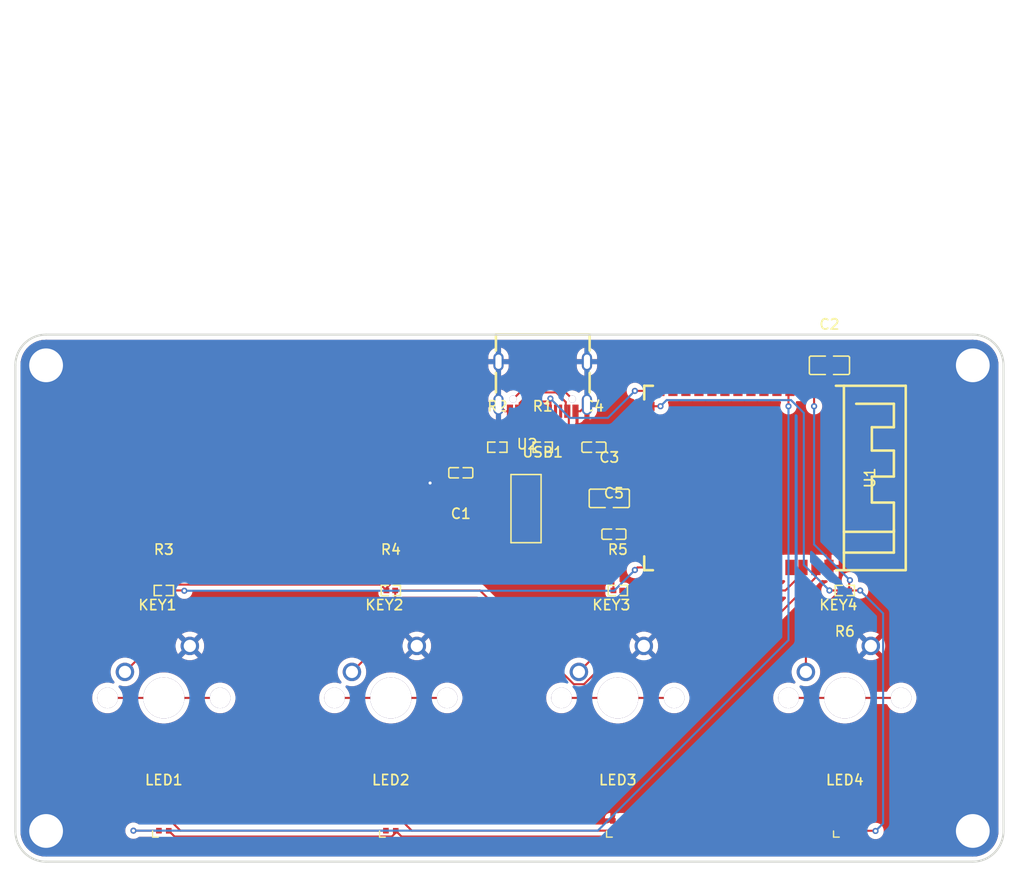
<source format=kicad_pcb>
(kicad_pcb (version 20241229) (generator "pcbnew") (generator_version "9.0")
  (layers (0 "F.Cu" signal) (2 "B.Cu" signal) (13 "F.Paste" user) (15 "B.Paste" user) (5 "F.SilkS" user "F.Silkscreen") (7 "B.SilkS" user "B.Silkscreen") (1 "F.Mask" user) (3 "B.Mask" user) (25 "Edge.Cuts" user))
  (net 0 "")
  (net 1 "IO17")
  (net 2 "IO8")
  (net 3 "IO11")
  (net 4 "IO6")
  (net 5 "IO48")
  (net 6 "IO13")
  (net 7 "IO36")
  (net 8 "IO35")
  (net 9 "IO16")
  (net 10 "IO9")
  (net 11 "IO41")
  (net 12 "IO40")
  (net 13 "RXD0")
  (net 14 "IO45")
  (net 15 "IO7")
  (net 16 "TXD0")
  (net 17 "IO38")
  (net 18 "IO37")
  (net 19 "IO18")
  (net 20 "IO10")
  (net 21 "IO14")
  (net 22 "IO5")
  (net 23 "IO42")
  (net 24 "IO15")
  (net 25 "IO46")
  (net 26 "IO12")
  (net 27 "EN")
  (net 28 "IO21")
  (net 29 "IO47")
  (net 30 "IO39")
  (net 31 "hid_controller-hv-1")
  (net 32 "A5")
  (net 33 "B8")
  (net 34 "hid_controller.usb_connector.package.footprint.pins[0].net-net")
  (net 36 "CC2")
  (net 37 "A7")
  (net 38 "A8")
  (net 39 "hid_controller.switches[0].package.footprint.pins[0].net-net")
  (net 40 "hid_controller.switches[1].package.footprint.pins[0].net-net")
  (net 41 "hid_controller-line-2")
  (net 42 "hid_controller.switches[2].package.footprint.pins[0].net-net")
  (net 43 "hid_controller.switches[3].package.footprint.pins[0].net-net")
  (net 44 "hid_controller-line-1")
  (net 45 "hid_controller-line")
  (net 46 "hid_controller-DIN")
  (net 47 "hid_controller-line-3")
  (net 48 "hid_controller-DIN-2")
  (net 49 "gnd")
  (net 50 "hid_controller-hv")
  (net 51 "DOUT")
  (net 52 "hid_controller-DIN-1")
  (net 53 "hid_controller-DIN-3")
  (net 54 "DP2")
  (footprint "Samsung_Electro_Mechanics_CL05B104KO5NNNC:C0402" (layer "F.Cu") (at -14.5 5 180)
    (property "Reference" "C1" (at 0 -4 0) (layer "F.SilkS") (hide no))
    (property "Value" "100nF ±10% 16V X7R")
    (fp_line (start 1.17 0.35) (end 1.17 -0.35) (stroke (width 0.15)) (layer "F.SilkS"))
    (fp_line (start 1.02 -0.5) (end 0.23 -0.5) (stroke (width 0.15)) (layer "F.SilkS"))
    (fp_line (start 0.23 0.5) (end 1.02 0.5) (stroke (width 0.15)) (layer "F.SilkS"))
    (fp_line (start -0.23 0.5) (end -1.02 0.5) (stroke (width 0.15)) (layer "F.SilkS"))
    (fp_line (start -1.02 -0.5) (end -0.23 -0.5) (stroke (width 0.15)) (layer "F.SilkS"))
    (fp_line (start -1.17 0.35) (end -1.17 -0.35) (stroke (width 0.15)) (layer "F.SilkS"))
    (fp_arc (start 1.17 0.35) (mid 1.126066 0.456066) (end 1.02 0.5) (stroke (width 0.15)) (layer "F.SilkS"))
    (fp_arc (start 1.02 -0.5) (mid 1.126066 -0.456066) (end 1.17 -0.35) (stroke (width 0.15)) (layer "F.SilkS"))
    (fp_arc (start -1.02 0.5) (mid -1.126066 0.456066) (end -1.17 0.35) (stroke (width 0.15)) (layer "F.SilkS"))
    (fp_arc (start -1.17 -0.35) (mid -1.126066 -0.456066) (end -1.02 -0.5) (stroke (width 0.15)) (layer "F.SilkS"))
    (fp_text user "${REFERENCE}" (at 0 -4 0) (layer "F.SilkS"))
    (pad "1" smd rect (at -0.55 0 180) (size 0.79 0.54) (layers "F.Cu" "F.Mask" "F.Paste") (net 50 "hid_controller-hv"))
    (pad "2" smd rect (at 0.55 0 180) (size 0.79 0.54) (layers "F.Cu" "F.Mask" "F.Paste") (net 49 "gnd"))
  )
  (footprint "OPSCO_Optoelectronics_SK6805_EC15:LED-SMD_4P-L1.5-W1.5-BL" (layer "F.Cu") (at -21.333333 39.5 0)
    (property "Reference" "LED2" (at 0 -4.48 0) (layer "F.SilkS") (hide no))
    (property "Value" "")
    (fp_line (start -1.1 0.5) (end -1.1 1.1) (stroke (width 0.13)) (layer "F.SilkS"))
    (fp_line (start -1.1 1.1) (end -0.54 1.1) (stroke (width 0.13)) (layer "F.SilkS"))
    (fp_text user "${REFERENCE}" (at 0 -4.48 0) (layer "F.SilkS"))
    (pad "1" smd rect (at -0.48 0.47 0) (size 0.55 0.55) (layers "F.Cu" "F.Mask" "F.Paste") (net 46 "hid_controller-DIN"))
    (pad "2" smd rect (at 0.48 0.48 0) (size 0.55 0.55) (layers "F.Cu" "F.Mask" "F.Paste") (net 50 "hid_controller-hv"))
    (pad "3" smd rect (at 0.48 -0.48 0) (size 0.55 0.55) (layers "F.Cu" "F.Mask" "F.Paste") (net 52 "hid_controller-DIN-1"))
    (pad "4" smd rect (at -0.48 -0.48 0) (size 0.55 0.55) (layers "F.Cu" "F.Mask" "F.Paste") (net 49 "gnd"))
  )
  (footprint "OPSCO_Optoelectronics_SK6805_EC15:LED-SMD_4P-L1.5-W1.5-BL" (layer "F.Cu") (at -43.5 39.5 0)
    (property "Reference" "LED1" (at 0 -4.48 0) (layer "F.SilkS") (hide no))
    (property "Value" "")
    (fp_line (start -1.1 0.5) (end -1.1 1.1) (stroke (width 0.13)) (layer "F.SilkS"))
    (fp_line (start -1.1 1.1) (end -0.54 1.1) (stroke (width 0.13)) (layer "F.SilkS"))
    (fp_text user "${REFERENCE}" (at 0 -4.48 0) (layer "F.SilkS"))
    (pad "1" smd rect (at -0.48 0.47 0) (size 0.55 0.55) (layers "F.Cu" "F.Mask" "F.Paste") (net 53 "hid_controller-DIN-3"))
    (pad "2" smd rect (at 0.48 0.48 0) (size 0.55 0.55) (layers "F.Cu" "F.Mask" "F.Paste") (net 50 "hid_controller-hv"))
    (pad "3" smd rect (at 0.48 -0.48 0) (size 0.55 0.55) (layers "F.Cu" "F.Mask" "F.Paste") (net 46 "hid_controller-DIN"))
    (pad "4" smd rect (at -0.48 -0.48 0) (size 0.55 0.55) (layers "F.Cu" "F.Mask" "F.Paste") (net 49 "gnd"))
  )
  (footprint "Espressif_Systems_ESP32_S3_WROOM_1_N16R2:WIRELM-SMD_ESP32-S3-WROOM-1" (layer "F.Cu") (at 12.5625 5.5 -90)
    (property "Reference" "U1" (at 0 -12.89 90) (layer "F.SilkS") (hide no))
    (property "Value" "")
    (fp_line (start -9 9.15) (end -7.67 9.15) (stroke (width 0.25)) (layer "F.SilkS"))
    (fp_line (start 7.67 9.15) (end 9.02 9.15) (stroke (width 0.25)) (layer "F.SilkS"))
    (fp_line (start 9.02 9.15) (end 9.02 8.3) (stroke (width 0.25)) (layer "F.SilkS"))
    (fp_line (start -9 8.3) (end -9 9.15) (stroke (width 0.25)) (layer "F.SilkS"))
    (fp_line (start 9.02 -9.57) (end 9.02 -16.38) (stroke (width 0.25)) (layer "F.SilkS"))
    (fp_line (start -9 -10.35) (end 9.02 -10.35) (stroke (width 0.25)) (layer "F.SilkS"))
    (fp_line (start 5.27 -10.35) (end 5.27 -15.23) (stroke (width 0.25)) (layer "F.SilkS"))
    (fp_line (start 7.3 -10.35) (end 7.3 -15.23) (stroke (width 0.25)) (layer "F.SilkS"))
    (fp_line (start -4.95 -13.08) (end -4.95 -15.23) (stroke (width 0.25)) (layer "F.SilkS"))
    (fp_line (start -2.67 -13.08) (end -4.95 -13.08) (stroke (width 0.25)) (layer "F.SilkS"))
    (fp_line (start -0.13 -13.08) (end -0.13 -15.23) (stroke (width 0.25)) (layer "F.SilkS"))
    (fp_line (start 2.41 -13.08) (end -0.13 -13.08) (stroke (width 0.25)) (layer "F.SilkS"))
    (fp_line (start -7.24 -15.23) (end -7.24 -11.55) (stroke (width 0.25)) (layer "F.SilkS"))
    (fp_line (start -4.95 -15.23) (end -7.24 -15.23) (stroke (width 0.25)) (layer "F.SilkS"))
    (fp_line (start -2.67 -15.23) (end -2.67 -13.08) (stroke (width 0.25)) (layer "F.SilkS"))
    (fp_line (start -0.13 -15.23) (end -2.67 -15.23) (stroke (width 0.25)) (layer "F.SilkS"))
    (fp_line (start 2.41 -15.23) (end 2.41 -13.08) (stroke (width 0.25)) (layer "F.SilkS"))
    (fp_line (start 5.27 -15.23) (end 2.41 -15.23) (stroke (width 0.25)) (layer "F.SilkS"))
    (fp_line (start 7.3 -15.23) (end 5.06 -15.23) (stroke (width 0.25)) (layer "F.SilkS"))
    (fp_line (start -9 -16.39) (end -9 -9.57) (stroke (width 0.25)) (layer "F.SilkS"))
    (fp_line (start 9 -16.39) (end -9 -16.39) (stroke (width 0.25)) (layer "F.SilkS"))
    (fp_text user "${REFERENCE}" (at 0 -12.89 90) (layer "F.SilkS"))
    (pad "1" smd rect (at -8.75 -8.89 270) (size 1.5 0.9) (layers "F.Cu" "F.Mask" "F.Paste") (net 49 "gnd"))
    (pad "2" smd rect (at -8.75 -7.62 270) (size 1.5 0.9) (layers "F.Cu" "F.Mask" "F.Paste") (net 50 "hid_controller-hv"))
    (pad "3" smd rect (at -8.75 -6.35 270) (size 1.5 0.9) (layers "F.Cu" "F.Mask" "F.Paste") (net 27 "EN"))
    (pad "4" smd rect (at -8.75 -5.08 270) (size 1.5 0.9) (layers "F.Cu" "F.Mask" "F.Paste") (net 53 "hid_controller-DIN-3"))
    (pad "5" smd rect (at -8.75 -3.81 270) (size 1.5 0.9) (layers "F.Cu" "F.Mask" "F.Paste") (net 22 "IO5"))
    (pad "6" smd rect (at -8.75 -2.54 270) (size 1.5 0.9) (layers "F.Cu" "F.Mask" "F.Paste") (net 4 "IO6"))
    (pad "7" smd rect (at -8.75 -1.27 270) (size 1.5 0.9) (layers "F.Cu" "F.Mask" "F.Paste") (net 15 "IO7"))
    (pad "8" smd rect (at -8.75 0 270) (size 1.5 0.9) (layers "F.Cu" "F.Mask" "F.Paste") (net 24 "IO15"))
    (pad "9" smd rect (at -8.75 1.27 270) (size 1.5 0.9) (layers "F.Cu" "F.Mask" "F.Paste") (net 9 "IO16"))
    (pad "10" smd rect (at -8.75 2.54 270) (size 1.5 0.9) (layers "F.Cu" "F.Mask" "F.Paste") (net 1 "IO17"))
    (pad "11" smd rect (at -8.75 3.81 270) (size 1.5 0.9) (layers "F.Cu" "F.Mask" "F.Paste") (net 19 "IO18"))
    (pad "12" smd rect (at -8.75 5.08 270) (size 1.5 0.9) (layers "F.Cu" "F.Mask" "F.Paste") (net 2 "IO8"))
    (pad "13" smd rect (at -8.75 6.35 270) (size 1.5 0.9) (layers "F.Cu" "F.Mask" "F.Paste") (net 37 "A7"))
    (pad "14" smd rect (at -8.75 7.62 270) (size 1.5 0.9) (layers "F.Cu" "F.Mask" "F.Paste") (net 54 "DP2"))
    (pad "15" smd rect (at -6.99 8.89 0) (size 1.5 0.9) (layers "F.Cu" "F.Mask" "F.Paste") (net 44 "hid_controller-line-1"))
    (pad "16" smd rect (at -5.72 8.89 0) (size 1.5 0.9) (layers "F.Cu" "F.Mask" "F.Paste") (net 25 "IO46"))
    (pad "17" smd rect (at -4.45 8.89 0) (size 1.5 0.9) (layers "F.Cu" "F.Mask" "F.Paste") (net 10 "IO9"))
    (pad "18" smd rect (at -3.18 8.89 0) (size 1.5 0.9) (layers "F.Cu" "F.Mask" "F.Paste") (net 20 "IO10"))
    (pad "19" smd rect (at -1.91 8.89 0) (size 1.5 0.9) (layers "F.Cu" "F.Mask" "F.Paste") (net 3 "IO11"))
    (pad "20" smd rect (at -0.63 8.89 0) (size 1.5 0.9) (layers "F.Cu" "F.Mask" "F.Paste") (net 26 "IO12"))
    (pad "21" smd rect (at 0.63 8.89 0) (size 1.5 0.9) (layers "F.Cu" "F.Mask" "F.Paste") (net 6 "IO13"))
    (pad "22" smd rect (at 1.9 8.89 0) (size 1.5 0.9) (layers "F.Cu" "F.Mask" "F.Paste") (net 21 "IO14"))
    (pad "23" smd rect (at 3.17 8.89 0) (size 1.5 0.9) (layers "F.Cu" "F.Mask" "F.Paste") (net 28 "IO21"))
    (pad "24" smd rect (at 4.45 8.89 0) (size 1.5 0.9) (layers "F.Cu" "F.Mask" "F.Paste") (net 29 "IO47"))
    (pad "25" smd rect (at 5.72 8.89 0) (size 1.5 0.9) (layers "F.Cu" "F.Mask" "F.Paste") (net 5 "IO48"))
    (pad "26" smd rect (at 6.99 8.86 0) (size 1.5 0.9) (layers "F.Cu" "F.Mask" "F.Paste") (net 14 "IO45"))
    (pad "27" smd rect (at 8.75 7.62 90) (size 1.5 0.9) (layers "F.Cu" "F.Mask" "F.Paste") (net 47 "hid_controller-line-3"))
    (pad "28" smd rect (at 8.75 6.35 90) (size 1.5 0.9) (layers "F.Cu" "F.Mask" "F.Paste") (net 8 "IO35"))
    (pad "29" smd rect (at 8.75 5.08 90) (size 1.5 0.9) (layers "F.Cu" "F.Mask" "F.Paste") (net 7 "IO36"))
    (pad "30" smd rect (at 8.75 3.81 90) (size 1.5 0.9) (layers "F.Cu" "F.Mask" "F.Paste") (net 18 "IO37"))
    (pad "31" smd rect (at 8.75 2.54 90) (size 1.5 0.9) (layers "F.Cu" "F.Mask" "F.Paste") (net 17 "IO38"))
    (pad "32" smd rect (at 8.75 1.27 90) (size 1.5 0.9) (layers "F.Cu" "F.Mask" "F.Paste") (net 30 "IO39"))
    (pad "33" smd rect (at 8.75 0 90) (size 1.5 0.9) (layers "F.Cu" "F.Mask" "F.Paste") (net 12 "IO40"))
    (pad "34" smd rect (at 8.75 -1.27 90) (size 1.5 0.9) (layers "F.Cu" "F.Mask" "F.Paste") (net 11 "IO41"))
    (pad "35" smd rect (at 8.75 -2.54 90) (size 1.5 0.9) (layers "F.Cu" "F.Mask" "F.Paste") (net 23 "IO42"))
    (pad "36" smd rect (at 8.75 -3.81 90) (size 1.5 0.9) (layers "F.Cu" "F.Mask" "F.Paste") (net 13 "RXD0"))
    (pad "37" smd rect (at 8.75 -5.08 90) (size 1.5 0.9) (layers "F.Cu" "F.Mask" "F.Paste") (net 16 "TXD0"))
    (pad "38" smd rect (at 8.75 -6.35 90) (size 1.5 0.9) (layers "F.Cu" "F.Mask" "F.Paste") (net 45 "hid_controller-line"))
    (pad "39" smd rect (at 8.75 -7.62 90) (size 1.5 0.9) (layers "F.Cu" "F.Mask" "F.Paste") (net 41 "hid_controller-line-2"))
    (pad "40" smd rect (at 8.75 -8.89 90) (size 1.5 0.9) (layers "F.Cu" "F.Mask" "F.Paste") (net 49 "gnd"))
    (pad "41" smd rect (at -2.9 -2.57 0) (size 0.9 0.9) (layers "F.Cu" "F.Mask" "F.Paste") (net 49 "gnd"))
    (pad "41" smd rect (at -2.9 -1.17 0) (size 0.9 0.9) (layers "F.Cu" "F.Mask" "F.Paste") (net 49 "gnd"))
    (pad "41" smd rect (at -2.9 0.23 0) (size 0.9 0.9) (layers "F.Cu" "F.Mask" "F.Paste") (net 49 "gnd"))
    (pad "41" smd rect (at -1.5 -2.57 0) (size 0.9 0.9) (layers "F.Cu" "F.Mask" "F.Paste") (net 49 "gnd"))
    (pad "41" smd rect (at -1.5 -1.17 0) (size 0.9 0.9) (layers "F.Cu" "F.Mask" "F.Paste") (net 49 "gnd"))
    (pad "41" smd rect (at -1.5 0.23 0) (size 0.9 0.9) (layers "F.Cu" "F.Mask" "F.Paste") (net 49 "gnd"))
    (pad "41" smd rect (at -0.1 -2.57 0) (size 0.9 0.9) (layers "F.Cu" "F.Mask" "F.Paste") (net 49 "gnd"))
    (pad "41" smd rect (at -0.1 -1.17 0) (size 0.9 0.9) (layers "F.Cu" "F.Mask" "F.Paste") (net 49 "gnd"))
    (pad "41" smd rect (at -0.1 0.23 0) (size 0.9 0.9) (layers "F.Cu" "F.Mask" "F.Paste") (net 49 "gnd"))
  )
  (footprint "Samsung_Electro_Mechanics_CL05A105KA5NQNC:C0402" (layer "F.Cu") (at 0.45 11 0)
    (property "Reference" "C5" (at 0 -4 0) (layer "F.SilkS") (hide no))
    (property "Value" "1µF ±10% 25V X5R")
    (fp_line (start -1.17 0.35) (end -1.17 -0.35) (stroke (width 0.15)) (layer "F.SilkS"))
    (fp_line (start -1.02 -0.5) (end -0.23 -0.5) (stroke (width 0.15)) (layer "F.SilkS"))
    (fp_line (start -0.23 0.5) (end -1.02 0.5) (stroke (width 0.15)) (layer "F.SilkS"))
    (fp_line (start 0.23 0.5) (end 1.02 0.5) (stroke (width 0.15)) (layer "F.SilkS"))
    (fp_line (start 1.02 -0.5) (end 0.23 -0.5) (stroke (width 0.15)) (layer "F.SilkS"))
    (fp_line (start 1.17 0.35) (end 1.17 -0.35) (stroke (width 0.15)) (layer "F.SilkS"))
    (fp_arc (start -1.17 -0.35) (mid -1.126066 -0.456066) (end -1.02 -0.5) (stroke (width 0.15)) (layer "F.SilkS"))
    (fp_arc (start -1.02 0.5) (mid -1.126066 0.456066) (end -1.17 0.35) (stroke (width 0.15)) (layer "F.SilkS"))
    (fp_arc (start 1.02 -0.5) (mid 1.126066 -0.456066) (end 1.17 -0.35) (stroke (width 0.15)) (layer "F.SilkS"))
    (fp_arc (start 1.17 0.35) (mid 1.126066 0.456066) (end 1.02 0.5) (stroke (width 0.15)) (layer "F.SilkS"))
    (fp_text user "${REFERENCE}" (at 0 -4 0) (layer "F.SilkS"))
    (pad "1" smd rect (at -0.55 0 0) (size 0.79 0.54) (layers "F.Cu" "F.Mask" "F.Paste") (net 50 "hid_controller-hv"))
    (pad "2" smd rect (at 0.55 0 0) (size 0.79 0.54) (layers "F.Cu" "F.Mask" "F.Paste") (net 49 "gnd"))
  )
  (footprint "OPSCO_Optoelectronics_SK6805_EC15:LED-SMD_4P-L1.5-W1.5-BL" (layer "F.Cu") (at 23 39.5 0)
    (property "Reference" "LED4" (at 0 -4.48 0) (layer "F.SilkS") (hide no))
    (property "Value" "")
    (fp_line (start -1.1 0.5) (end -1.1 1.1) (stroke (width 0.13)) (layer "F.SilkS"))
    (fp_line (start -1.1 1.1) (end -0.54 1.1) (stroke (width 0.13)) (layer "F.SilkS"))
    (fp_text user "${REFERENCE}" (at 0 -4.48 0) (layer "F.SilkS"))
    (pad "1" smd rect (at -0.48 0.47 0) (size 0.55 0.55) (layers "F.Cu" "F.Mask" "F.Paste") (net 48 "hid_controller-DIN-2"))
    (pad "2" smd rect (at 0.48 0.48 0) (size 0.55 0.55) (layers "F.Cu" "F.Mask" "F.Paste") (net 50 "hid_controller-hv"))
    (pad "3" smd rect (at 0.48 -0.48 0) (size 0.55 0.55) (layers "F.Cu" "F.Mask" "F.Paste") (net 51 "DOUT"))
    (pad "4" smd rect (at -0.48 -0.48 0) (size 0.55 0.55) (layers "F.Cu" "F.Mask" "F.Paste") (net 49 "gnd"))
  )
  (footprint "Samsung_Electro_Mechanics_CL21B103KBANNNC:C0805" (layer "F.Cu") (at 21.5 -5.5 0)
    (property "Reference" "C2" (at 0 -4 0) (layer "F.SilkS") (hide no))
    (property "Value" "10nF ±10% 50V X7R")
    (fp_line (start -1.96 0.75) (end -1.96 -0.75) (stroke (width 0.15)) (layer "F.SilkS"))
    (fp_line (start -1.81 -0.9) (end -0.4 -0.9) (stroke (width 0.15)) (layer "F.SilkS"))
    (fp_line (start -0.4 0.9) (end -1.81 0.9) (stroke (width 0.15)) (layer "F.SilkS"))
    (fp_line (start 0.4 0.9) (end 1.81 0.9) (stroke (width 0.15)) (layer "F.SilkS"))
    (fp_line (start 1.81 -0.9) (end 0.4 -0.9) (stroke (width 0.15)) (layer "F.SilkS"))
    (fp_line (start 1.96 0.75) (end 1.96 -0.75) (stroke (width 0.15)) (layer "F.SilkS"))
    (fp_arc (start -1.96 -0.75) (mid -1.916066 -0.856066) (end -1.81 -0.9) (stroke (width 0.15)) (layer "F.SilkS"))
    (fp_arc (start -1.81 0.9) (mid -1.916066 0.856066) (end -1.96 0.75) (stroke (width 0.15)) (layer "F.SilkS"))
    (fp_arc (start 1.81 -0.9) (mid 1.916066 -0.856066) (end 1.96 -0.75) (stroke (width 0.15)) (layer "F.SilkS"))
    (fp_arc (start 1.96 0.75) (mid 1.916066 0.856066) (end 1.81 0.9) (stroke (width 0.15)) (layer "F.SilkS"))
    (fp_text user "${REFERENCE}" (at 0 -4 0) (layer "F.SilkS"))
    (pad "1" smd rect (at -1 0 0) (size 1.41 1.35) (layers "F.Cu" "F.Mask" "F.Paste") (net 50 "hid_controller-hv"))
    (pad "2" smd rect (at 1 0 0) (size 1.41 1.35) (layers "F.Cu" "F.Mask" "F.Paste") (net 49 "gnd"))
  )
  (footprint "UNI_ROYAL_0402WGF1002TCE:R0402" (layer "F.Cu") (at -43.5 16.5 0)
    (property "Reference" "R3" (at 0 -4 0) (layer "F.SilkS") (hide no))
    (property "Value" "10kΩ ±1% 62.5mW")
    (fp_line (start -0.94 -0.5) (end -0.23 -0.5) (stroke (width 0.15)) (layer "F.SilkS"))
    (fp_line (start -0.94 0.5) (end -0.94 -0.5) (stroke (width 0.15)) (layer "F.SilkS"))
    (fp_line (start -0.23 0.5) (end -0.94 0.5) (stroke (width 0.15)) (layer "F.SilkS"))
    (fp_line (start 0.23 0.5) (end 0.94 0.5) (stroke (width 0.15)) (layer "F.SilkS"))
    (fp_line (start 0.94 -0.5) (end 0.23 -0.5) (stroke (width 0.15)) (layer "F.SilkS"))
    (fp_line (start 0.94 0.5) (end 0.94 -0.5) (stroke (width 0.15)) (layer "F.SilkS"))
    (fp_text user "${REFERENCE}" (at 0 -4 0) (layer "F.SilkS"))
    (pad "1" smd rect (at -0.43 0 0) (size 0.57 0.54) (layers "F.Cu" "F.Mask" "F.Paste") (net 50 "hid_controller-hv"))
    (pad "2" smd rect (at 0.43 0 0) (size 0.57 0.54) (layers "F.Cu" "F.Mask" "F.Paste") (net 47 "hid_controller-line-3"))
  )
  (footprint "Samsung_Electro_Mechanics_CL05A105KA5NQNC:C0402" (layer "F.Cu") (at -1.5 2.5 0)
    (property "Reference" "C4" (at 0 -4 0) (layer "F.SilkS") (hide no))
    (property "Value" "1µF ±10% 25V X5R")
    (fp_line (start -1.17 0.35) (end -1.17 -0.35) (stroke (width 0.15)) (layer "F.SilkS"))
    (fp_line (start -1.02 -0.5) (end -0.23 -0.5) (stroke (width 0.15)) (layer "F.SilkS"))
    (fp_line (start -0.23 0.5) (end -1.02 0.5) (stroke (width 0.15)) (layer "F.SilkS"))
    (fp_line (start 0.23 0.5) (end 1.02 0.5) (stroke (width 0.15)) (layer "F.SilkS"))
    (fp_line (start 1.02 -0.5) (end 0.23 -0.5) (stroke (width 0.15)) (layer "F.SilkS"))
    (fp_line (start 1.17 0.35) (end 1.17 -0.35) (stroke (width 0.15)) (layer "F.SilkS"))
    (fp_arc (start -1.17 -0.35) (mid -1.126066 -0.456066) (end -1.02 -0.5) (stroke (width 0.15)) (layer "F.SilkS"))
    (fp_arc (start -1.02 0.5) (mid -1.126066 0.456066) (end -1.17 0.35) (stroke (width 0.15)) (layer "F.SilkS"))
    (fp_arc (start 1.02 -0.5) (mid 1.126066 -0.456066) (end 1.17 -0.35) (stroke (width 0.15)) (layer "F.SilkS"))
    (fp_arc (start 1.17 0.35) (mid 1.126066 0.456066) (end 1.02 0.5) (stroke (width 0.15)) (layer "F.SilkS"))
    (fp_text user "${REFERENCE}" (at 0 -4 0) (layer "F.SilkS"))
    (pad "1" smd rect (at -0.55 0 0) (size 0.79 0.54) (layers "F.Cu" "F.Mask" "F.Paste") (net 31 "hid_controller-hv-1"))
    (pad "2" smd rect (at 0.55 0 0) (size 0.79 0.54) (layers "F.Cu" "F.Mask" "F.Paste") (net 49 "gnd"))
  )
  (footprint "Shenzhen_Kinghelm_Elec_KH_TYPE_C_16P:USB-C-SMD_KH-TYPE-C-16P" (layer "F.Cu") (at -6.5 -3.4325 180)
    (property "Reference" "USB1" (at 0 -6.42 0) (layer "F.SilkS") (hide no))
    (property "Value" "")
    (fp_line (start 4.57 5.08) (end 4.57 3.51) (stroke (width 0.25)) (layer "F.SilkS"))
    (fp_line (start 4.57 1.32) (end 4.57 -0.57) (stroke (width 0.25)) (layer "F.SilkS"))
    (fp_line (start -4.58 5.08) (end 4.57 5.08) (stroke (width 0.25)) (layer "F.SilkS"))
    (fp_line (start -4.58 3.51) (end -4.58 5.08) (stroke (width 0.25)) (layer "F.SilkS"))
    (fp_line (start -4.58 -0.57) (end -4.58 1.32) (stroke (width 0.25)) (layer "F.SilkS"))
    (fp_text user "${REFERENCE}" (at 0 -6.42 0) (layer "F.SilkS"))
    (pad "" thru_hole circle (at -2.89 -1.23 180) (size 0.7 0.7) (drill 0.7) (layers "*.Cu" "*.Mask") (net 34 "hid_controller.usb_connector.package.footprint.pins[0].net-net"))
    (pad "" thru_hole circle (at 2.89 -1.23 180) (size 0.7 0.7) (drill 0.7) (layers "*.Cu" "*.Mask") (net 34 "hid_controller.usb_connector.package.footprint.pins[0].net-net"))
    (pad "1" thru_hole oval (at -4.32 -1.77 180) (size 1 2) (drill oval 0.599999 1.699997) (layers "*.Cu" "*.Mask") (net 49 "gnd"))
    (pad "2" thru_hole oval (at 4.32 -1.77 180) (size 1 2) (drill oval 0.599999 1.699997) (layers "*.Cu" "*.Mask") (net 49 "gnd"))
    (pad "3" thru_hole oval (at -4.32 2.42 180) (size 1 1.8) (drill oval 0.599999 1.399997) (layers "*.Cu" "*.Mask") (net 49 "gnd"))
    (pad "4" thru_hole oval (at 4.32 2.42 180) (size 1 1.8) (drill oval 0.599999 1.399997) (layers "*.Cu" "*.Mask") (net 49 "gnd"))
    (pad "A1" smd rect (at -3.35 -2.42 180) (size 0.3 1.3) (layers "F.Cu" "F.Mask" "F.Paste") (net 49 "gnd"))
    (pad "A4" smd rect (at -2.55 -2.42 180) (size 0.3 1.3) (layers "F.Cu" "F.Mask" "F.Paste") (net 31 "hid_controller-hv-1"))
    (pad "A5" smd rect (at -1.25 -2.42 180) (size 0.3 1.3) (layers "F.Cu" "F.Mask" "F.Paste") (net 32 "A5"))
    (pad "A6" smd rect (at -0.25 -2.42 180) (size 0.3 1.3) (layers "F.Cu" "F.Mask" "F.Paste") (net 54 "DP2"))
    (pad "A7" smd rect (at 0.25 -2.42 180) (size 0.3 1.3) (layers "F.Cu" "F.Mask" "F.Paste") (net 37 "A7"))
    (pad "A8" smd rect (at 1.25 -2.42 180) (size 0.3 1.3) (layers "F.Cu" "F.Mask" "F.Paste") (net 38 "A8"))
    (pad "A9" smd rect (at 2.55 -2.42 0) (size 0.3 1.3) (layers "F.Cu" "F.Mask" "F.Paste") (net 31 "hid_controller-hv-1"))
    (pad "A12" smd rect (at 3.35 -2.42 180) (size 0.3 1.3) (layers "F.Cu" "F.Mask" "F.Paste") (net 49 "gnd"))
    (pad "B1" smd rect (at 3.05 -2.42 180) (size 0.3 1.3) (layers "F.Cu" "F.Mask" "F.Paste") (net 49 "gnd"))
    (pad "B4" smd rect (at 2.25 -2.42 0) (size 0.3 1.3) (layers "F.Cu" "F.Mask" "F.Paste") (net 31 "hid_controller-hv-1"))
    (pad "B5" smd rect (at 1.75 -2.42 180) (size 0.3 1.3) (layers "F.Cu" "F.Mask" "F.Paste") (net 36 "CC2"))
    (pad "B6" smd rect (at 0.75 -2.42 180) (size 0.3 1.3) (layers "F.Cu" "F.Mask" "F.Paste") (net 54 "DP2"))
    (pad "B7" smd rect (at -0.75 -2.42 180) (size 0.3 1.3) (layers "F.Cu" "F.Mask" "F.Paste") (net 37 "A7"))
    (pad "B8" smd rect (at -1.75 -2.42 180) (size 0.3 1.3) (layers "F.Cu" "F.Mask" "F.Paste") (net 33 "B8"))
    (pad "B9" smd rect (at -2.25 -2.42 180) (size 0.3 1.3) (layers "F.Cu" "F.Mask" "F.Paste") (net 31 "hid_controller-hv-1"))
    (pad "B12" smd rect (at -3.05 -2.42 180) (size 0.3 1.3) (layers "F.Cu" "F.Mask" "F.Paste") (net 49 "gnd"))
  )
  (footprint "UNI_ROYAL_0402WGF1002TCE:R0402" (layer "F.Cu") (at 0.833333 16.5 0)
    (property "Reference" "R5" (at 0 -4 0) (layer "F.SilkS") (hide no))
    (property "Value" "10kΩ ±1% 62.5mW")
    (fp_line (start -0.94 -0.5) (end -0.23 -0.5) (stroke (width 0.15)) (layer "F.SilkS"))
    (fp_line (start -0.94 0.5) (end -0.94 -0.5) (stroke (width 0.15)) (layer "F.SilkS"))
    (fp_line (start -0.23 0.5) (end -0.94 0.5) (stroke (width 0.15)) (layer "F.SilkS"))
    (fp_line (start 0.23 0.5) (end 0.94 0.5) (stroke (width 0.15)) (layer "F.SilkS"))
    (fp_line (start 0.94 -0.5) (end 0.23 -0.5) (stroke (width 0.15)) (layer "F.SilkS"))
    (fp_line (start 0.94 0.5) (end 0.94 -0.5) (stroke (width 0.15)) (layer "F.SilkS"))
    (fp_text user "${REFERENCE}" (at 0 -4 0) (layer "F.SilkS"))
    (pad "1" smd rect (at -0.43 0 0) (size 0.57 0.54) (layers "F.Cu" "F.Mask" "F.Paste") (net 50 "hid_controller-hv"))
    (pad "2" smd rect (at 0.43 0 0) (size 0.57 0.54) (layers "F.Cu" "F.Mask" "F.Paste") (net 45 "hid_controller-line"))
  )
  (footprint "SAMZO_28115181DM:KEY-TH_28115181DM" (layer "F.Cu") (at 0.203333 23.19 0)
    (property "Reference" "KEY3" (at 0 -5.27 0) (layer "F.SilkS") (hide no))
    (property "Value" "")
    (fp_text user "${REFERENCE}" (at 0 -5.27 0) (layer "F.SilkS"))
    (pad "" thru_hole circle (at -4.87 3.81 0) (size 2 2) (drill 2) (layers "*.Cu" "*.Mask") (net 42 "hid_controller.switches[2].package.footprint.pins[0].net-net"))
    (pad "" thru_hole circle (at 0.63 3.81 0) (size 4 4) (drill 4) (layers "*.Cu" "*.Mask") (net 42 "hid_controller.switches[2].package.footprint.pins[0].net-net"))
    (pad "" thru_hole circle (at 6.13 3.81 0) (size 2 2) (drill 2) (layers "*.Cu" "*.Mask") (net 42 "hid_controller.switches[2].package.footprint.pins[0].net-net"))
    (pad "1" thru_hole circle (at -3.17 1.27 90) (size 1.8 1.8) (drill 1.199998) (layers "*.Cu" "*.Mask") (net 45 "hid_controller-line"))
    (pad "2" thru_hole circle (at 3.17 -1.27 90) (size 1.8 1.8) (drill 1.199998) (layers "*.Cu" "*.Mask") (net 49 "gnd"))
  )
  (footprint "UNI_ROYAL_0402WGF5101TCE:R0402" (layer "F.Cu") (at -6.5 2.5 0)
    (property "Reference" "R1" (at 0 -4 0) (layer "F.SilkS") (hide no))
    (property "Value" "5.1kΩ ±1% 62.5mW")
    (fp_line (start -0.94 -0.5) (end -0.23 -0.5) (stroke (width 0.15)) (layer "F.SilkS"))
    (fp_line (start -0.94 0.5) (end -0.94 -0.5) (stroke (width 0.15)) (layer "F.SilkS"))
    (fp_line (start -0.23 0.5) (end -0.94 0.5) (stroke (width 0.15)) (layer "F.SilkS"))
    (fp_line (start 0.23 0.5) (end 0.94 0.5) (stroke (width 0.15)) (layer "F.SilkS"))
    (fp_line (start 0.94 -0.5) (end 0.23 -0.5) (stroke (width 0.15)) (layer "F.SilkS"))
    (fp_line (start 0.94 0.5) (end 0.94 -0.5) (stroke (width 0.15)) (layer "F.SilkS"))
    (fp_text user "${REFERENCE}" (at 0 -4 0) (layer "F.SilkS"))
    (pad "1" smd rect (at -0.43 0 0) (size 0.57 0.54) (layers "F.Cu" "F.Mask" "F.Paste") (net 32 "A5"))
    (pad "2" smd rect (at 0.43 0 0) (size 0.57 0.54) (layers "F.Cu" "F.Mask" "F.Paste") (net 49 "gnd"))
  )
  (footprint "UNI_ROYAL_0402WGF1002TCE:R0402" (layer "F.Cu") (at -21.333333 16.5 0)
    (property "Reference" "R4" (at 0 -4 0) (layer "F.SilkS") (hide no))
    (property "Value" "10kΩ ±1% 62.5mW")
    (fp_line (start -0.94 -0.5) (end -0.23 -0.5) (stroke (width 0.15)) (layer "F.SilkS"))
    (fp_line (start -0.94 0.5) (end -0.94 -0.5) (stroke (width 0.15)) (layer "F.SilkS"))
    (fp_line (start -0.23 0.5) (end -0.94 0.5) (stroke (width 0.15)) (layer "F.SilkS"))
    (fp_line (start 0.23 0.5) (end 0.94 0.5) (stroke (width 0.15)) (layer "F.SilkS"))
    (fp_line (start 0.94 -0.5) (end 0.23 -0.5) (stroke (width 0.15)) (layer "F.SilkS"))
    (fp_line (start 0.94 0.5) (end 0.94 -0.5) (stroke (width 0.15)) (layer "F.SilkS"))
    (fp_text user "${REFERENCE}" (at 0 -4 0) (layer "F.SilkS"))
    (pad "1" smd rect (at -0.43 0 0) (size 0.57 0.54) (layers "F.Cu" "F.Mask" "F.Paste") (net 50 "hid_controller-hv"))
    (pad "2" smd rect (at 0.43 0 0) (size 0.57 0.54) (layers "F.Cu" "F.Mask" "F.Paste") (net 41 "hid_controller-line-2"))
  )
  (footprint "UNI_ROYAL_0402WGF5101TCE:R0402" (layer "F.Cu") (at -10.93 2.5 0)
    (property "Reference" "R2" (at 0 -4 0) (layer "F.SilkS") (hide no))
    (property "Value" "5.1kΩ ±1% 62.5mW")
    (fp_line (start -0.94 -0.5) (end -0.23 -0.5) (stroke (width 0.15)) (layer "F.SilkS"))
    (fp_line (start -0.94 0.5) (end -0.94 -0.5) (stroke (width 0.15)) (layer "F.SilkS"))
    (fp_line (start -0.23 0.5) (end -0.94 0.5) (stroke (width 0.15)) (layer "F.SilkS"))
    (fp_line (start 0.23 0.5) (end 0.94 0.5) (stroke (width 0.15)) (layer "F.SilkS"))
    (fp_line (start 0.94 -0.5) (end 0.23 -0.5) (stroke (width 0.15)) (layer "F.SilkS"))
    (fp_line (start 0.94 0.5) (end 0.94 -0.5) (stroke (width 0.15)) (layer "F.SilkS"))
    (fp_text user "${REFERENCE}" (at 0 -4 0) (layer "F.SilkS"))
    (pad "1" smd rect (at -0.43 0 0) (size 0.57 0.54) (layers "F.Cu" "F.Mask" "F.Paste") (net 36 "CC2"))
    (pad "2" smd rect (at 0.43 0 0) (size 0.57 0.54) (layers "F.Cu" "F.Mask" "F.Paste") (net 49 "gnd"))
  )
  (footprint "SAMZO_28115181DM:KEY-TH_28115181DM" (layer "F.Cu") (at 22.37 23.19 0)
    (property "Reference" "KEY4" (at 0 -5.27 0) (layer "F.SilkS") (hide no))
    (property "Value" "")
    (fp_text user "${REFERENCE}" (at 0 -5.27 0) (layer "F.SilkS"))
    (pad "" thru_hole circle (at -4.87 3.81 0) (size 2 2) (drill 2) (layers "*.Cu" "*.Mask") (net 43 "hid_controller.switches[3].package.footprint.pins[0].net-net"))
    (pad "" thru_hole circle (at 0.63 3.81 0) (size 4 4) (drill 4) (layers "*.Cu" "*.Mask") (net 43 "hid_controller.switches[3].package.footprint.pins[0].net-net"))
    (pad "" thru_hole circle (at 6.13 3.81 0) (size 2 2) (drill 2) (layers "*.Cu" "*.Mask") (net 43 "hid_controller.switches[3].package.footprint.pins[0].net-net"))
    (pad "1" thru_hole circle (at -3.17 1.27 90) (size 1.8 1.8) (drill 1.199998) (layers "*.Cu" "*.Mask") (net 44 "hid_controller-line-1"))
    (pad "2" thru_hole circle (at 3.17 -1.27 90) (size 1.8 1.8) (drill 1.199998) (layers "*.Cu" "*.Mask") (net 49 "gnd"))
  )
  (footprint "OPSCO_Optoelectronics_SK6805_EC15:LED-SMD_4P-L1.5-W1.5-BL" (layer "F.Cu") (at 0.833333 39.5 0)
    (property "Reference" "LED3" (at 0 -4.48 0) (layer "F.SilkS") (hide no))
    (property "Value" "")
    (fp_line (start -1.1 0.5) (end -1.1 1.1) (stroke (width 0.13)) (layer "F.SilkS"))
    (fp_line (start -1.1 1.1) (end -0.54 1.1) (stroke (width 0.13)) (layer "F.SilkS"))
    (fp_text user "${REFERENCE}" (at 0 -4.48 0) (layer "F.SilkS"))
    (pad "1" smd rect (at -0.48 0.47 0) (size 0.55 0.55) (layers "F.Cu" "F.Mask" "F.Paste") (net 52 "hid_controller-DIN-1"))
    (pad "2" smd rect (at 0.48 0.48 0) (size 0.55 0.55) (layers "F.Cu" "F.Mask" "F.Paste") (net 50 "hid_controller-hv"))
    (pad "3" smd rect (at 0.48 -0.48 0) (size 0.55 0.55) (layers "F.Cu" "F.Mask" "F.Paste") (net 48 "hid_controller-DIN-2"))
    (pad "4" smd rect (at -0.48 -0.48 0) (size 0.55 0.55) (layers "F.Cu" "F.Mask" "F.Paste") (net 49 "gnd"))
  )
  (footprint "UNI_ROYAL_0402WGF1002TCE:R0402" (layer "F.Cu") (at 23 16.5 180)
    (property "Reference" "R6" (at 0 -4 0) (layer "F.SilkS") (hide no))
    (property "Value" "10kΩ ±1% 62.5mW")
    (fp_line (start 0.94 0.5) (end 0.94 -0.5) (stroke (width 0.15)) (layer "F.SilkS"))
    (fp_line (start 0.94 -0.5) (end 0.23 -0.5) (stroke (width 0.15)) (layer "F.SilkS"))
    (fp_line (start 0.23 0.5) (end 0.94 0.5) (stroke (width 0.15)) (layer "F.SilkS"))
    (fp_line (start -0.23 0.5) (end -0.94 0.5) (stroke (width 0.15)) (layer "F.SilkS"))
    (fp_line (start -0.94 0.5) (end -0.94 -0.5) (stroke (width 0.15)) (layer "F.SilkS"))
    (fp_line (start -0.94 -0.5) (end -0.23 -0.5) (stroke (width 0.15)) (layer "F.SilkS"))
    (fp_text user "${REFERENCE}" (at 0 -4 0) (layer "F.SilkS"))
    (pad "1" smd rect (at -0.43 0 180) (size 0.57 0.54) (layers "F.Cu" "F.Mask" "F.Paste") (net 50 "hid_controller-hv"))
    (pad "2" smd rect (at 0.43 0 180) (size 0.57 0.54) (layers "F.Cu" "F.Mask" "F.Paste") (net 44 "hid_controller-line-1"))
  )
  (footprint "Samsung_Electro_Mechanics_CL21B103KBANNNC:C0805" (layer "F.Cu") (at 0 7.5 0)
    (property "Reference" "C3" (at 0 -4 0) (layer "F.SilkS") (hide no))
    (property "Value" "10nF ±10% 50V X7R")
    (fp_line (start -1.96 0.75) (end -1.96 -0.75) (stroke (width 0.15)) (layer "F.SilkS"))
    (fp_line (start -1.81 -0.9) (end -0.4 -0.9) (stroke (width 0.15)) (layer "F.SilkS"))
    (fp_line (start -0.4 0.9) (end -1.81 0.9) (stroke (width 0.15)) (layer "F.SilkS"))
    (fp_line (start 0.4 0.9) (end 1.81 0.9) (stroke (width 0.15)) (layer "F.SilkS"))
    (fp_line (start 1.81 -0.9) (end 0.4 -0.9) (stroke (width 0.15)) (layer "F.SilkS"))
    (fp_line (start 1.96 0.75) (end 1.96 -0.75) (stroke (width 0.15)) (layer "F.SilkS"))
    (fp_arc (start -1.96 -0.75) (mid -1.916066 -0.856066) (end -1.81 -0.9) (stroke (width 0.15)) (layer "F.SilkS"))
    (fp_arc (start -1.81 0.9) (mid -1.916066 0.856066) (end -1.96 0.75) (stroke (width 0.15)) (layer "F.SilkS"))
    (fp_arc (start 1.81 -0.9) (mid 1.916066 -0.856066) (end 1.96 -0.75) (stroke (width 0.15)) (layer "F.SilkS"))
    (fp_arc (start 1.96 0.75) (mid 1.916066 0.856066) (end 1.81 0.9) (stroke (width 0.15)) (layer "F.SilkS"))
    (fp_text user "${REFERENCE}" (at 0 -4 0) (layer "F.SilkS"))
    (pad "1" smd rect (at -1 0 0) (size 1.41 1.35) (layers "F.Cu" "F.Mask" "F.Paste") (net 50 "hid_controller-hv"))
    (pad "2" smd rect (at 1 0 0) (size 1.41 1.35) (layers "F.Cu" "F.Mask" "F.Paste") (net 49 "gnd"))
  )
  (footprint "SAMZO_28115181DM:KEY-TH_28115181DM" (layer "F.Cu") (at -21.963333 23.19 0)
    (property "Reference" "KEY2" (at 0 -5.27 0) (layer "F.SilkS") (hide no))
    (property "Value" "")
    (fp_text user "${REFERENCE}" (at 0 -5.27 0) (layer "F.SilkS"))
    (pad "" thru_hole circle (at -4.87 3.81 0) (size 2 2) (drill 2) (layers "*.Cu" "*.Mask") (net 40 "hid_controller.switches[1].package.footprint.pins[0].net-net"))
    (pad "" thru_hole circle (at 0.63 3.81 0) (size 4 4) (drill 4) (layers "*.Cu" "*.Mask") (net 40 "hid_controller.switches[1].package.footprint.pins[0].net-net"))
    (pad "" thru_hole circle (at 6.13 3.81 0) (size 2 2) (drill 2) (layers "*.Cu" "*.Mask") (net 40 "hid_controller.switches[1].package.footprint.pins[0].net-net"))
    (pad "1" thru_hole circle (at -3.17 1.27 90) (size 1.8 1.8) (drill 1.199998) (layers "*.Cu" "*.Mask") (net 41 "hid_controller-line-2"))
    (pad "2" thru_hole circle (at 3.17 -1.27 90) (size 1.8 1.8) (drill 1.199998) (layers "*.Cu" "*.Mask") (net 49 "gnd"))
  )
  (footprint "SAMZO_28115181DM:KEY-TH_28115181DM" (layer "F.Cu") (at -44.13 23.19 0)
    (property "Reference" "KEY1" (at 0 -5.27 0) (layer "F.SilkS") (hide no))
    (property "Value" "")
    (fp_text user "${REFERENCE}" (at 0 -5.27 0) (layer "F.SilkS"))
    (pad "" thru_hole circle (at -4.87 3.81 0) (size 2 2) (drill 2) (layers "*.Cu" "*.Mask") (net 39 "hid_controller.switches[0].package.footprint.pins[0].net-net"))
    (pad "" thru_hole circle (at 0.63 3.81 0) (size 4 4) (drill 4) (layers "*.Cu" "*.Mask") (net 39 "hid_controller.switches[0].package.footprint.pins[0].net-net"))
    (pad "" thru_hole circle (at 6.13 3.81 0) (size 2 2) (drill 2) (layers "*.Cu" "*.Mask") (net 39 "hid_controller.switches[0].package.footprint.pins[0].net-net"))
    (pad "1" thru_hole circle (at -3.17 1.27 90) (size 1.8 1.8) (drill 1.199998) (layers "*.Cu" "*.Mask") (net 47 "hid_controller-line-3"))
    (pad "2" thru_hole circle (at 3.17 -1.27 90) (size 1.8 1.8) (drill 1.199998) (layers "*.Cu" "*.Mask") (net 49 "gnd"))
  )
  (footprint "Advanced_Monolithic_Systems_AMS1117_3_3:SOT-223-3_L6.5-W3.4-P2.30-LS7.0-BR" (layer "F.Cu") (at -8.03 8.5 0)
    (property "Reference" "U2" (at 0 -6.3 0) (layer "F.SilkS") (hide no))
    (property "Value" "")
    (fp_line (start -1.57 -3.33) (end 1.37 -3.33) (stroke (width 0.15)) (layer "F.SilkS"))
    (fp_line (start -1.57 3.33) (end -1.57 -3.33) (stroke (width 0.15)) (layer "F.SilkS"))
    (fp_line (start 1.37 -3.33) (end 1.37 3.33) (stroke (width 0.15)) (layer "F.SilkS"))
    (fp_line (start 1.37 3.33) (end -1.57 3.33) (stroke (width 0.15)) (layer "F.SilkS"))
    (fp_text user "${REFERENCE}" (at 0 -6.3 0) (layer "F.SilkS"))
    (pad "1" smd rect (at 2.97 2.3 0) (size 2.5 1.1) (layers "F.Cu" "F.Mask" "F.Paste") (net 49 "gnd"))
    (pad "2" smd rect (at 2.97 0 0) (size 2.5 1.1) (layers "F.Cu" "F.Mask" "F.Paste") (net 50 "hid_controller-hv"))
    (pad "3" smd rect (at 2.97 -2.3 0) (size 2.5 1.1) (layers "F.Cu" "F.Mask" "F.Paste") (net 31 "hid_controller-hv-1"))
    (pad "4" smd rect (at -2.97 0 0) (size 2.34 3.6) (layers "F.Cu" "F.Mask" "F.Paste") (net 50 "hid_controller-hv"))
  )
  (via (at -5.75 -2.25) (size 0.6) (drill 0.3) (layers "F.Cu" "B.Cu") (net 37))
  (via (at 2.5 -3) (size 0.6) (drill 0.3) (layers "F.Cu" "B.Cu") (net 37))
  (via (at 5 -1.5) (size 0.6) (drill 0.3) (layers "F.Cu" "B.Cu") (net 44))
  (via (at 21.5 16.5) (size 0.6) (drill 0.3) (layers "F.Cu" "B.Cu") (net 44))
  (via (at 2.5 14.5) (size 0.6) (drill 0.3) (layers "F.Cu" "B.Cu") (net 47))
  (via (at -41.5 16.529) (size 0.6) (drill 0.3) (layers "F.Cu" "B.Cu") (net 47))
  (via (at -55 -5.5) (size 5) (drill 3.3) (layers "F.Cu" "B.Cu") (net 49))
  (via (at -17.5 6) (size 0.6) (drill 0.3) (layers "F.Cu" "B.Cu") (net 49))
  (via (at -55 40) (size 5) (drill 3.3) (layers "F.Cu" "B.Cu") (net 49))
  (via (at 35.5 -5.5) (size 5) (drill 3.3) (layers "F.Cu" "B.Cu") (net 49))
  (via (at 35.5 40) (size 5) (drill 3.3) (layers "F.Cu" "B.Cu") (net 49))
  (via (at 20 -1.5) (size 0.6) (drill 0.3) (layers "F.Cu" "B.Cu") (net 50))
  (via (at 23.5 15.5) (size 0.6) (drill 0.3) (layers "F.Cu" "B.Cu") (net 50))
  (via (at 24.5 16.5) (size 0.6) (drill 0.3) (layers "F.Cu" "B.Cu") (net 50))
  (via (at 26 40) (size 0.6) (drill 0.3) (layers "F.Cu" "B.Cu") (net 50))
  (via (at 17.5 -1.5) (size 0.6) (drill 0.3) (layers "F.Cu" "B.Cu") (net 53))
  (via (at -46.47 39.97) (size 0.6) (drill 0.3) (layers "F.Cu" "B.Cu") (net 53))
  (zone (net 49) (net_name "gnd") (layers "F.Cu" "B.Cu") (connect_pads (clearance 0.5)) (min_thickness 0.25) (fill yes (thermal_gap 0.5) (thermal_bridge_width 0.5))
    (polygon (pts (xy -59 -11.5) (xy 40.5 -11.5) (xy 40.5 44.5) (xy -59.5 44.5)))
  )
  (segment (start -4.25 -1.9145) (end -4.25 -1.0125) (width 0.2) (net 31) (layer "F.Cu"))
  (segment (start -3.95 -1.0125) (end -3.95 0.6) (width 0.2) (net 31) (layer "F.Cu"))
  (segment (start -2.05 3.19) (end -5.06 6.2) (width 0.2) (net 31) (layer "F.Cu"))
  (segment (start -3.95 0.6) (end -2.05 2.5) (width 0.2) (net 31) (layer "F.Cu"))
  (segment (start -7.7115 -2.851) (end -5.1865 -2.851) (width 0.2) (net 31) (layer "F.Cu"))
  (segment (start -8.75 -1.8125) (end -7.7115 -2.851) (width 0.2) (net 31) (layer "F.Cu"))
  (segment (start -8.75 -1.0125) (end -8.75 -1.8125) (width 0.2) (net 31) (layer "F.Cu"))
  (segment (start -5.1865 -2.851) (end -4.25 -1.9145) (width 0.2) (net 31) (layer "F.Cu"))
  (segment (start -2.05 2.5) (end -2.05 3.19) (width 0.2) (net 31) (layer "F.Cu"))
  (segment (start -6.93 2.5) (end -6.93 1.5695) (width 0.2) (net 32) (layer "F.Cu"))
  (segment (start -5.25 -0.1105) (end -5.25 -1.0125) (width 0.2) (net 32) (layer "F.Cu"))
  (segment (start -6.93 1.5695) (end -5.25 -0.1105) (width 0.2) (net 32) (layer "F.Cu"))
  (segment (start -8.3405 -3.252) (end -4.6595 -3.252) (width 0.2) (net 34) (layer "F.Cu"))
  (segment (start -4.6595 -3.252) (end -3.61 -2.2025) (width 0.2) (net 34) (layer "F.Cu"))
  (segment (start -9.39 -2.2025) (end -8.3405 -3.252) (width 0.2) (net 34) (layer "F.Cu"))
  (segment (start -6.299 -0.0615) (end -6.25 -0.1105) (width 0.2) (net 0) (layer "F.Cu"))
  (segment (start -7.25 -0.1105) (end -7.201 -0.0615) (width 0.2) (net 0) (layer "F.Cu"))
  (segment (start -7.25 -1.0125) (end -7.25 -0.1105) (width 0.2) (net 0) (layer "F.Cu"))
  (segment (start -7.201 -0.0615) (end -6.299 -0.0615) (width 0.2) (net 0) (layer "F.Cu"))
  (segment (start -6.25 -0.1105) (end -6.25 -1.0125) (width 0.2) (net 0) (layer "F.Cu"))
  (segment (start -8.25 -0.1105) (end -8.25 -1.0125) (width 0.2) (net 36) (layer "F.Cu"))
  (segment (start -8.299 -0.0615) (end -8.25 -0.1105) (width 0.2) (net 36) (layer "F.Cu"))
  (segment (start -11.36 2.0975) (end -9.201 -0.0615) (width 0.2) (net 36) (layer "F.Cu"))
  (segment (start -11.36 2.5) (end -11.36 2.0975) (width 0.2) (net 36) (layer "F.Cu"))
  (segment (start -9.201 -0.0615) (end -8.299 -0.0615) (width 0.2) (net 36) (layer "F.Cu"))
  (segment (start 2.5 -3) (end 4.6925 -3) (width 0.2) (net 37) (layer "F.Cu"))
  (segment (start -6 -1.9635) (end -5.799 -1.9635) (width 0.2) (net 37) (layer "F.Cu"))
  (segment (start -5.75 -1.9145) (end -5.75 -1.0125) (width 0.2) (net 37) (layer "F.Cu"))
  (segment (start -5.799 -1.9635) (end -5.75 -1.9145) (width 0.2) (net 37) (layer "F.Cu"))
  (segment (start -6.75 -1.9145) (end -6.701 -1.9635) (width 0.2) (net 37) (layer "F.Cu"))
  (segment (start 6.2125 -3.25) (end 4.9425 -3.25) (width 0.2) (net 37) (layer "F.Cu"))
  (segment (start -5.75 -1.0125) (end -5.75 -2.25) (width 0.2) (net 37) (layer "F.Cu"))
  (segment (start 4.6925 -3) (end 4.9425 -3.25) (width 0.2) (net 37) (layer "F.Cu"))
  (segment (start -6.701 -1.9635) (end -6 -1.9635) (width 0.2) (net 37) (layer "F.Cu"))
  (segment (start -6.75 -1.0125) (end -6.75 -1.9145) (width 0.2) (net 37) (layer "F.Cu"))
  (segment (start -5.75 -2.25) (end -3.8615 -0.3615) (width 0.2) (net 37) (layer "B.Cu"))
  (segment (start -3.8615 -0.3615) (end -0.1385 -0.3615) (width 0.2) (net 37) (layer "B.Cu"))
  (segment (start -0.1385 -0.3615) (end 2.5 -3) (width 0.2) (net 37) (layer "B.Cu"))
  (segment (start -38 27) (end -43.5 27) (width 0.2) (net 39) (layer "F.Cu"))
  (segment (start -43.5 27) (end -49 27) (width 0.2) (net 39) (layer "F.Cu"))
  (segment (start -15.833333 27) (end -21.333333 27) (width 0.2) (net 40) (layer "F.Cu"))
  (segment (start -21.333333 27) (end -26.833333 27) (width 0.2) (net 40) (layer "F.Cu"))
  (segment (start -20.903333 20.23) (end -20.903333 16.5) (width 0.2) (net 41) (layer "F.Cu"))
  (segment (start -0.770725 23.962529) (end 11.419971 23.962529) (width 0.2) (net 41) (layer "F.Cu"))
  (segment (start 11.419971 23.962529) (end 20.1825 15.2) (width 0.2) (net 41) (layer "F.Cu"))
  (segment (start -20.903333 16.5) (end -12.625138 16.5) (width 0.2) (net 41) (layer "F.Cu"))
  (segment (start 20.1825 15.2) (end 20.1825 14.25) (width 0.2) (net 41) (layer "F.Cu"))
  (segment (start -12.625138 16.5) (end -3.464138 25.661) (width 0.2) (net 41) (layer "F.Cu"))
  (segment (start -2.469196 25.661) (end -0.770725 23.962529) (width 0.2) (net 41) (layer "F.Cu"))
  (segment (start -3.464138 25.661) (end -2.469196 25.661) (width 0.2) (net 41) (layer "F.Cu"))
  (segment (start -25.133333 24.46) (end -20.903333 20.23) (width 0.2) (net 41) (layer "F.Cu"))
  (segment (start 6.333333 27) (end 0.833333 27) (width 0.2) (net 42) (layer "F.Cu"))
  (segment (start 0.833333 27) (end -4.666667 27) (width 0.2) (net 42) (layer "F.Cu"))
  (segment (start 28.5 27) (end 23 27) (width 0.2) (net 43) (layer "F.Cu"))
  (segment (start 23 27) (end 17.5 27) (width 0.2) (net 43) (layer "F.Cu"))
  (segment (start 5 -1.5) (end 3.6825 -1.5) (width 0.2) (net 44) (layer "F.Cu"))
  (segment (start 3.6825 -1.5) (end 3.6725 -1.49) (width 0.2) (net 44) (layer "F.Cu"))
  (segment (start 19.2 24.46) (end 19.2 19.87) (width 0.2) (net 44) (layer "F.Cu"))
  (segment (start 22.57 16.5) (end 21.5 16.5) (width 0.2) (net 44) (layer "F.Cu"))
  (segment (start 19.2 19.87) (end 22.57 16.5) (width 0.2) (net 44) (layer "F.Cu"))
  (segment (start 19 -0.849943) (end 17.748943 -2.101) (width 0.2) (net 44) (layer "B.Cu"))
  (segment (start 5.601 -2.101) (end 5 -1.5) (width 0.2) (net 44) (layer "B.Cu"))
  (segment (start 21.5 16.5) (end 19 14) (width 0.2) (net 44) (layer "B.Cu"))
  (segment (start 19 14) (end 19 -0.849943) (width 0.2) (net 44) (layer "B.Cu"))
  (segment (start 17.748943 -2.101) (end 5.601 -2.101) (width 0.2) (net 44) (layer "B.Cu"))
  (segment (start 1.263333 16.5) (end 17.1945 16.5) (width 0.2) (net 45) (layer "F.Cu"))
  (segment (start -2.966667 24.46) (end 1.263333 20.23) (width 0.2) (net 45) (layer "F.Cu"))
  (segment (start 1.263333 20.23) (end 1.263333 16.5) (width 0.2) (net 45) (layer "F.Cu"))
  (segment (start 17.1945 16.5) (end 18.9125 14.782) (width 0.2) (net 45) (layer "F.Cu"))
  (segment (start 18.9125 14.782) (end 18.9125 14.25) (width 0.2) (net 45) (layer "F.Cu"))
  (segment (start -41.878 39.97) (end -42.828 39.02) (width 0.2) (net 46) (layer "F.Cu"))
  (segment (start -21.813333 39.97) (end -41.878 39.97) (width 0.2) (net 46) (layer "F.Cu"))
  (segment (start -42.828 39.02) (end -43.02 39.02) (width 0.2) (net 46) (layer "F.Cu"))
  (segment (start 2.5 14.5) (end 2.75 14.25) (width 0.2) (net 47) (layer "F.Cu"))
  (segment (start -47.3 24.46) (end -43.07 20.23) (width 0.2) (net 47) (layer "F.Cu"))
  (segment (start -47.46 24.46) (end -47.5 24.5) (width 0.2) (net 47) (layer "F.Cu"))
  (segment (start -43.07 16.5) (end -41.5 16.5) (width 0.2) (net 47) (layer "F.Cu"))
  (segment (start 2.75 14.25) (end 4.9425 14.25) (width 0.2) (net 47) (layer "F.Cu"))
  (segment (start -43.07 20.23) (end -43.07 16.5) (width 0.2) (net 47) (layer "F.Cu"))
  (segment (start -41.5 16.5) (end -41.5 16.529) (width 0.2) (net 47) (layer "F.Cu"))
  (segment (start -47.3 24.46) (end -47.46 24.46) (width 0.2) (net 47) (layer "F.Cu"))
  (segment (start -41.5 16.529) (end 0.471 16.529) (width 0.2) (net 47) (layer "B.Cu"))
  (segment (start 0.471 16.529) (end 2.5 14.5) (width 0.2) (net 47) (layer "B.Cu"))
  (segment (start 1.505333 39.02) (end 1.313333 39.02) (width 0.2) (net 48) (layer "F.Cu"))
  (segment (start 22.52 39.97) (end 2.455333 39.97) (width 0.2) (net 48) (layer "F.Cu"))
  (segment (start 2.455333 39.97) (end 1.505333 39.02) (width 0.2) (net 48) (layer "F.Cu"))
  (segment (start -16.5 5) (end -17.5 6) (width 0.2) (net 49) (layer "F.Cu"))
  (segment (start -15.05 5) (end -16.5 5) (width 0.2) (net 49) (layer "F.Cu"))
  (segment (start -10.17 -1.0125) (end -10.82 -1.6625) (width 0.2) (net 49) (layer "F.Cu"))
  (segment (start -3.45 -1.0125) (end -2.83 -1.0125) (width 0.2) (net 49) (layer "F.Cu"))
  (segment (start -9.55 -1.0125) (end -10.17 -1.0125) (width 0.2) (net 49) (layer "F.Cu"))
  (segment (start -2.83 -1.0125) (end -2.18 -1.6625) (width 0.2) (net 49) (layer "F.Cu"))
  (segment (start -20.853333 39.98) (end -20.853333 40.162) (width 0.2) (net 50) (layer "F.Cu"))
  (segment (start -43.93 16.203) (end -43.656 15.929) (width 0.2) (net 50) (layer "F.Cu"))
  (segment (start -5.06 8.5) (end -2 8.5) (width 0.2) (net 50) (layer "F.Cu"))
  (segment (start -43.656 15.929) (end -22.334333 15.929) (width 0.2) (net 50) (layer "F.Cu"))
  (segment (start -21.237333 40.546) (end -42.454 40.546) (width 0.2) (net 50) (layer "F.Cu"))
  (segment (start 20 -3.0675) (end 20.1825 -3.25) (width 0.2) (net 50) (layer "F.Cu"))
  (segment (start 23.48 39.98) (end 23.48 40.162) (width 0.2) (net 50) (layer "F.Cu"))
  (segment (start -14 8.5) (end -13.95 8.45) (width 0.2) (net 50) (layer "F.Cu"))
  (segment (start -13.95 8.45) (end -13.95 5) (width 0.2) (net 50) (layer "F.Cu"))
  (segment (start -43.93 16.5) (end -43.93 16.203) (width 0.2) (net 50) (layer "F.Cu"))
  (segment (start 1.222333 40.546) (end -20.287333 40.546) (width 0.2) (net 50) (layer "F.Cu"))
  (segment (start 24.5 16.5) (end 23.43 16.5) (width 0.2) (net 50) (layer "F.Cu"))
  (segment (start 0.403333 11.503333) (end -0.1 11) (width 0.2) (net 50) (layer "F.Cu"))
  (segment (start -11 8.5) (end -5.06 8.5) (width 0.2) (net 50) (layer "F.Cu"))
  (segment (start 23.48 39.98) (end 25.98 39.98) (width 0.2) (net 50) (layer "F.Cu"))
  (segment (start -42.454 40.546) (end -43.02 39.98) (width 0.2) (net 50) (layer "F.Cu"))
  (segment (start 23.48 40.162) (end 23.096 40.546) (width 0.2) (net 50) (layer "F.Cu"))
  (segment (start -21.763333 16.263333) (end -14 8.5) (width 0.2) (net 50) (layer "F.Cu"))
  (segment (start 1.879333 40.546) (end 1.313333 39.98) (width 0.2) (net 50) (layer "F.Cu"))
  (segment (start -2 8.5) (end -1 7.5) (width 0.2) (net 50) (layer "F.Cu"))
  (segment (start 23.096 40.546) (end 1.879333 40.546) (width 0.2) (net 50) (layer "F.Cu"))
  (segment (start 23.43 15.57) (end 23.5 15.5) (width 0.2) (net 50) (layer "F.Cu"))
  (segment (start 20.5 -5.5) (end 20.5 -3.5675) (width 0.2) (net 50) (layer "F.Cu"))
  (segment (start 0.403333 16.5) (end 0.403333 11.503333) (width 0.2) (net 50) (layer "F.Cu"))
  (segment (start -14 8.5) (end -11 8.5) (width 0.2) (net 50) (layer "F.Cu"))
  (segment (start 25.98 39.98) (end 26 40) (width 0.2) (net 50) (layer "F.Cu"))
  (segment (start -20.287333 40.546) (end -20.853333 39.98) (width 0.2) (net 50) (layer "F.Cu"))
  (segment (start 1.313333 39.98) (end 1.313333 40.455) (width 0.2) (net 50) (layer "F.Cu"))
  (segment (start -20.853333 40.162) (end -21.237333 40.546) (width 0.2) (net 50) (layer "F.Cu"))
  (segment (start -0.1 10.4) (end -0.1 11) (width 0.2) (net 50) (layer "F.Cu"))
  (segment (start -2 8.5) (end -0.1 10.4) (width 0.2) (net 50) (layer "F.Cu"))
  (segment (start -21.763333 16.5) (end -21.763333 16.263333) (width 0.2) (net 50) (layer "F.Cu"))
  (segment (start 20 -1.5) (end 20 -3.0675) (width 0.2) (net 50) (layer "F.Cu"))
  (segment (start 1.313333 40.455) (end 1.222333 40.546) (width 0.2) (net 50) (layer "F.Cu"))
  (segment (start -22.334333 15.929) (end -21.763333 16.5) (width 0.2) (net 50) (layer "F.Cu"))
  (segment (start 20.5 -3.5675) (end 20.1825 -3.25) (width 0.2) (net 50) (layer "F.Cu"))
  (segment (start 23.43 16.5) (end 23.43 15.57) (width 0.2) (net 50) (layer "F.Cu"))
  (segment (start 26 40) (end 26.741 39.259) (width 0.2) (net 50) (layer "B.Cu"))
  (segment (start 23.5 15.5) (end 20 12) (width 0.2) (net 50) (layer "B.Cu"))
  (segment (start 26.741 18.741) (end 24.5 16.5) (width 0.2) (net 50) (layer "B.Cu"))
  (segment (start 26.741 39.259) (end 26.741 18.741) (width 0.2) (net 50) (layer "B.Cu"))
  (segment (start 20 -1.5) (end 20 -1) (width 0.2) (net 50) (layer "B.Cu"))
  (segment (start 20 12) (end 20 -1.5) (width 0.2) (net 50) (layer "B.Cu"))
  (segment (start 0.353333 39.97) (end -19.288667 39.97) (width 0.2) (net 52) (layer "F.Cu"))
  (segment (start -19.288667 39.97) (end -20.238667 39.02) (width 0.2) (net 52) (layer "F.Cu"))
  (segment (start -20.238667 39.02) (end -20.853333 39.02) (width 0.2) (net 52) (layer "F.Cu"))
  (segment (start -46.5 40) (end -46.47 39.97) (width 0.2) (net 53) (layer "F.Cu"))
  (segment (start 17.5 -3.1075) (end 17.6425 -3.25) (width 0.2) (net 53) (layer "F.Cu"))
  (segment (start -43.98 39.97) (end -46.47 39.97) (width 0.2) (net 53) (layer "F.Cu"))
  (segment (start 17.5 -1.5) (end 17.5 -3.1075) (width 0.2) (net 53) (layer "F.Cu"))
  (segment (start -1.120057 39.97) (end 17.5 21.349943) (width 0.2) (net 53) (layer "B.Cu"))
  (segment (start 17.5 21.349943) (end 17.5 -1.5) (width 0.2) (net 53) (layer "B.Cu"))
  (segment (start -46.47 39.97) (end -1.120057 39.97) (width 0.2) (net 53) (layer "B.Cu"))
  (gr_line (start -55 -8.5) (end 35.5 -8.5) (stroke (width 0.2)) (layer "Edge.Cuts"))
  (gr_line (start -58 40) (end -58 -5.5) (stroke (width 0.2)) (layer "Edge.Cuts"))
  (gr_line (start 35.5 43) (end -55 43) (stroke (width 0.2)) (layer "Edge.Cuts"))
  (gr_line (start 38.5 -5.5) (end 38.5 40) (stroke (width 0.2)) (layer "Edge.Cuts"))
  (gr_arc (start 38.5 40) (mid 37.62132 42.12132) (end 35.5 43) (stroke (width 0.2)) (layer "Edge.Cuts"))
  (gr_arc (start 35.5 -8.5) (mid 37.62132 -7.62132) (end 38.5 -5.5) (stroke (width 0.2)) (layer "Edge.Cuts"))
  (gr_arc (start -55 43) (mid -57.12132 42.12132) (end -58 40) (stroke (width 0.2)) (layer "Edge.Cuts"))
  (gr_arc (start -58 -5.5) (mid -57.12132 -7.62132) (end -55 -8.5) (stroke (width 0.2)) (layer "Edge.Cuts"))
)
</source>
